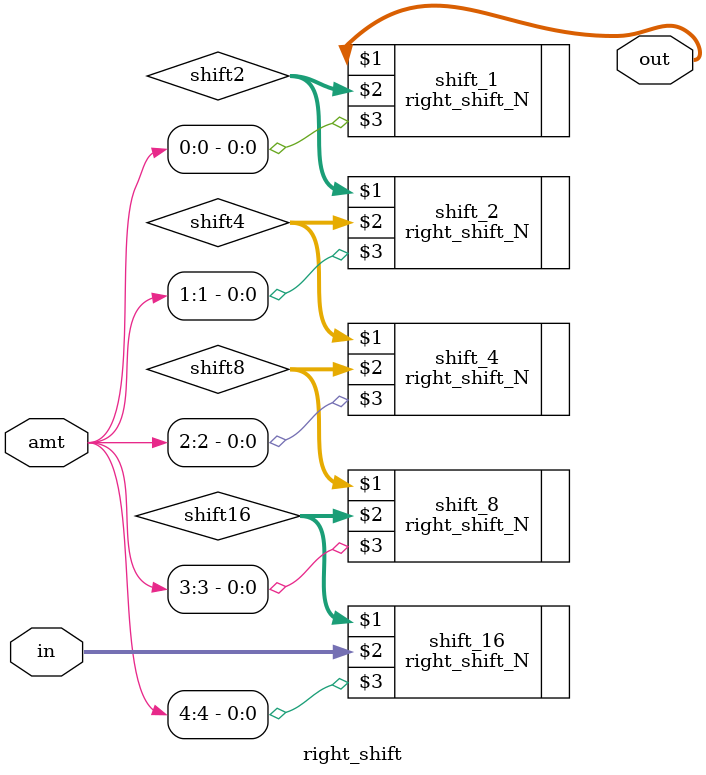
<source format=v>
module right_shift(out, in, amt);
    input [31:0] in;
    input [4:0] amt;
    output [31:0] out;
    wire [31:0] shift16, shift8, shift4, shift2;

    right_shift_N #(.N(16)) shift_16(shift16, in, amt[4]);
    right_shift_N #(.N(8)) shift_8(shift8, shift16, amt[3]);
    right_shift_N #(.N(4)) shift_4(shift4, shift8, amt[2]);
    right_shift_N #(.N(2)) shift_2(shift2, shift4, amt[1]);
    right_shift_N #(.N(1)) shift_1(out, shift2, amt[0]);
endmodule
</source>
